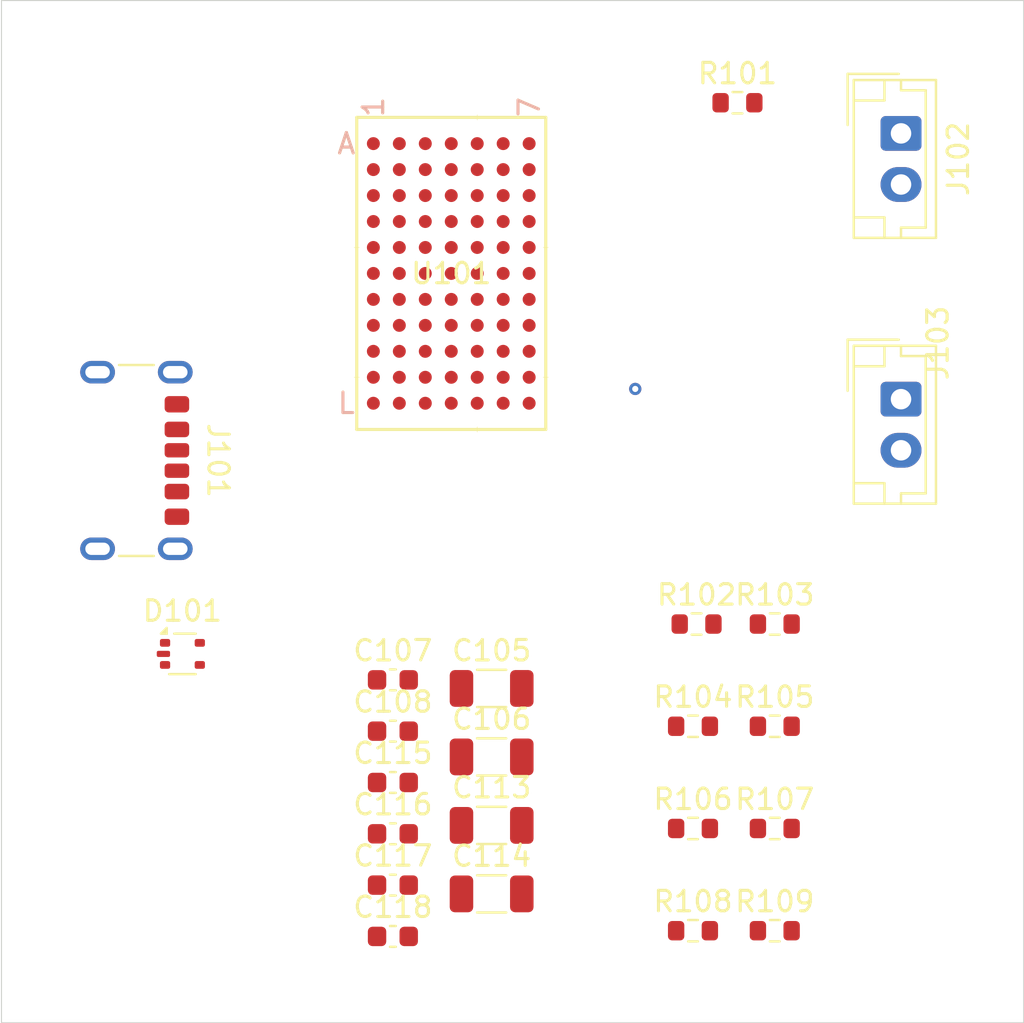
<source format=kicad_pcb>
(kicad_pcb (version 20240108) (generator "pcbnew") (generator_version "8.0")
  (layers (0 "F.Cu" signal) (31 "B.Cu" signal) (34 "B.Paste" user) (35 "F.Paste" user) (36 "B.SilkS" user "B.Silkscreen") (37 "F.SilkS" user "F.Silkscreen") (38 "B.Mask" user) (39 "F.Mask" user) (44 "Edge.Cuts" user))
  (net 0 "")
  (net 1 "/SGND")
  (net 3 "/3V3B")
  (net 4 "GND")
  (net 5 "/INTVcc2")
  (net 7 "/PG3")
  (net 8 "/COMP2")
  (net 9 "/PG1")
  (net 10 "/COMP1")
  (net 11 "/TR2{slash}SS2")
  (net 12 "/TR1{slash}SS1")
  (net 17 "/Vin")
  (net 18 "/FB2")
  (net 19 "/FB1")
  (net 20 "+3.3VB")
  (net 21 "+3.3VA")
  (footprint "Resistor_SMD:R_0603_1608Metric" (layer "F.Cu") (at 83.825 85.5)
    (property "Reference" "R104" (at 0 -1.43 0) (layer "F.SilkS"))
    (property "Value" "60.4k")
    (fp_line (start -0.237258 -0.5225) (end 0.237258 -0.5225) (stroke (width 0.12)) (layer "F.SilkS"))
    (fp_line (start -0.237258 0.5225) (end 0.237258 0.5225) (stroke (width 0.12)) (layer "F.SilkS"))
    (pad "1" smd roundrect (at -0.825 0) (size 0.8 0.95) (layers "F.Cu" "F.Paste" "F.Mask") (net 3 "/3V3B"))
    (pad "2" smd roundrect (at 0.825 0) (size 0.8 0.95) (layers "F.Cu" "F.Paste" "F.Mask") (net 18 "/FB2"))
  )
  (footprint "Capacitor_SMD:C_0603_1608Metric" (layer "F.Cu") (at 69.145 88.25)
    (property "Reference" "C115" (at 0 -1.43 0) (layer "F.SilkS"))
    (property "Value" "10uF")
    (fp_line (start -0.14058 -0.51) (end 0.14058 -0.51) (stroke (width 0.12)) (layer "F.SilkS"))
    (fp_line (start -0.14058 0.51) (end 0.14058 0.51) (stroke (width 0.12)) (layer "F.SilkS"))
    (pad "1" smd roundrect (at -0.775 0) (size 0.9 0.95) (layers "F.Cu" "F.Paste" "F.Mask") (net 20 "+3.3VB"))
    (pad "2" smd roundrect (at 0.775 0) (size 0.9 0.95) (layers "F.Cu" "F.Paste" "F.Mask") (net 4 "GND"))
  )
  (footprint "Resistor_SMD:R_0603_1608Metric" (layer "F.Cu") (at 83.825 95.5)
    (property "Reference" "R108" (at 0 -1.43 0) (layer "F.SilkS"))
    (property "Value" "60.4k")
    (fp_line (start -0.237258 -0.5225) (end 0.237258 -0.5225) (stroke (width 0.12)) (layer "F.SilkS"))
    (fp_line (start -0.237258 0.5225) (end 0.237258 0.5225) (stroke (width 0.12)) (layer "F.SilkS"))
    (pad "1" smd roundrect (at -0.825 0) (size 0.8 0.95) (layers "F.Cu" "F.Paste" "F.Mask") (net 3 "/3V3B"))
    (pad "2" smd roundrect (at 0.825 0) (size 0.8 0.95) (layers "F.Cu" "F.Paste" "F.Mask") (net 18 "/FB2"))
  )
  (footprint "Capacitor_SMD:C_1206_3216Metric" (layer "F.Cu") (at 73.975 87)
    (property "Reference" "C106" (at 0 -1.85 0) (layer "F.SilkS"))
    (property "Value" "220uF")
    (fp_line (start -0.711252 -0.91) (end 0.711252 -0.91) (stroke (width 0.12)) (layer "F.SilkS"))
    (fp_line (start -0.711252 0.91) (end 0.711252 0.91) (stroke (width 0.12)) (layer "F.SilkS"))
    (pad "1" smd roundrect (at -1.475 0) (size 1.15 1.8) (layers "F.Cu" "F.Paste" "F.Mask") (roundrect_rratio 0.217391) (net 21 "+3.3VA"))
    (pad "2" smd roundrect (at 1.475 0) (size 1.15 1.8) (layers "F.Cu" "F.Paste" "F.Mask") (roundrect_rratio 0.217391) (net 4 "GND"))
  )
  (footprint "Resistor_SMD:R_0603_1608Metric" (layer "F.Cu") (at 87.825 80.5)
    (property "Reference" "R103" (at 0 -1.43 0) (layer "F.SilkS"))
    (property "Value" "13.3k")
    (fp_line (start -0.237258 -0.5225) (end 0.237258 -0.5225) (stroke (width 0.12)) (layer "F.SilkS"))
    (fp_line (start -0.237258 0.5225) (end 0.237258 0.5225) (stroke (width 0.12)) (layer "F.SilkS"))
    (pad "1" smd roundrect (at -0.825 0) (size 0.8 0.95) (layers "F.Cu" "F.Paste" "F.Mask") (net 19 "/FB1"))
    (pad "2" smd roundrect (at 0.825 0) (size 0.8 0.95) (layers "F.Cu" "F.Paste" "F.Mask") (net 4 "GND"))
  )
  (footprint "Capacitor_SMD:C_0603_1608Metric" (layer "F.Cu") (at 69.145 95.78)
    (property "Reference" "C118" (at 0 -1.43 0) (layer "F.SilkS"))
    (property "Value" "1nF")
    (fp_line (start -0.14058 -0.51) (end 0.14058 -0.51) (stroke (width 0.12)) (layer "F.SilkS"))
    (fp_line (start -0.14058 0.51) (end 0.14058 0.51) (stroke (width 0.12)) (layer "F.SilkS"))
    (pad "1" smd roundrect (at -0.775 0) (size 0.9 0.95) (layers "F.Cu" "F.Paste" "F.Mask") (net 4 "GND"))
    (pad "2" smd roundrect (at 0.775 0) (size 0.9 0.95) (layers "F.Cu" "F.Paste" "F.Mask") (net 11 "/TR2{slash}SS2"))
  )
  (footprint "Resistor_SMD:R_0603_1608Metric" (layer "F.Cu") (at 83.825 90.5)
    (property "Reference" "R106" (at 0 -1.43 0) (layer "F.SilkS"))
    (property "Value" "60.4k")
    (fp_line (start -0.237258 -0.5225) (end 0.237258 -0.5225) (stroke (width 0.12)) (layer "F.SilkS"))
    (fp_line (start -0.237258 0.5225) (end 0.237258 0.5225) (stroke (width 0.12)) (layer "F.SilkS"))
    (pad "1" smd roundrect (at -0.825 0) (size 0.8 0.95) (layers "F.Cu" "F.Paste" "F.Mask") (net 21 "+3.3VA"))
    (pad "2" smd roundrect (at 0.825 0) (size 0.8 0.95) (layers "F.Cu" "F.Paste" "F.Mask") (net 19 "/FB1"))
  )
  (footprint "Resistor_SMD:R_0603_1608Metric" (layer "F.Cu") (at 87.825 95.5)
    (property "Reference" "R109" (at 0 -1.43 0) (layer "F.SilkS"))
    (property "Value" "13.3k")
    (fp_line (start -0.237258 -0.5225) (end 0.237258 -0.5225) (stroke (width 0.12)) (layer "F.SilkS"))
    (fp_line (start -0.237258 0.5225) (end 0.237258 0.5225) (stroke (width 0.12)) (layer "F.SilkS"))
    (pad "1" smd roundrect (at -0.825 0) (size 0.8 0.95) (layers "F.Cu" "F.Paste" "F.Mask") (net 18 "/FB2"))
    (pad "2" smd roundrect (at 0.825 0) (size 0.8 0.95) (layers "F.Cu" "F.Paste" "F.Mask") (net 4 "GND"))
  )
  (footprint "Package_BGA:LGA77_9X15_ADI" (layer "F.Cu") (at 72 63.35)
    (property "Reference" "U101" (at 0 0 0) (layer "F.SilkS"))
    (property "Value" "LTM4644EY-1-PBF")
    (fp_line (start -4.6228 -7.6327) (end -4.6228 7.6327) (stroke (width 0.1524)) (layer "F.SilkS"))
    (fp_line (start -4.6228 7.6327) (end 4.6228 7.6327) (stroke (width 0.1524)) (layer "F.SilkS"))
    (fp_line (start -4.4958 -1.27) (end -4.7498 -1.27) (stroke (width 0.0254)) (layer "F.SilkS"))
    (fp_line (start -4.4958 5.08) (end -4.7498 5.08) (stroke (width 0.0254)) (layer "F.SilkS"))
    (fp_line (start 1.27 -7.5057) (end 1.27 -7.7597) (stroke (width 0.0254)) (layer "F.SilkS"))
    (fp_line (start 1.27 7.5057) (end 1.27 7.7597) (stroke (width 0.0254)) (layer "F.SilkS"))
    (fp_line (start 4.4958 -1.27) (end 4.7498 -1.27) (stroke (width 0.0254)) (layer "F.SilkS"))
    (fp_line (start 4.4958 5.08) (end 4.7498 5.08) (stroke (width 0.0254)) (layer "F.SilkS"))
    (fp_line (start 4.6228 -7.6327) (end -4.6228 -7.6327) (stroke (width 0.1524)) (layer "F.SilkS"))
    (fp_line (start 4.6228 7.6327) (end 4.6228 -7.6327) (stroke (width 0.1524)) (layer "F.SilkS"))
    (fp_text user "A" (at -5.1308 -6.35 0) (layer "B.SilkS"))
    (fp_text user "7" (at 3.81 -8.1407 90) (layer "B.SilkS"))
    (fp_text user "1" (at -3.81 -8.1407 90) (layer "B.SilkS"))
    (fp_text user "L" (at -5.1308 6.35 0) (layer "B.SilkS"))
    (fp_text user "A" (at -5.1308 -6.35 0) (layer "F.SilkS"))
    (fp_text user "L" (at -5.1308 6.35 0) (layer "F.SilkS"))
    (fp_text user "7" (at 3.81 -8.1407 90) (layer "F.SilkS"))
    (fp_text user "1" (at -3.81 -8.1407 90) (layer "F.SilkS"))
    (pad "A1" smd circle (at -3.81 -6.35) (size 0.635 0.635) (layers "F.Cu" "F.Paste" "F.Mask") (net 21 "+3.3VA"))
    (pad "A2" smd circle (at -2.54 -6.35) (size 0.635 0.635) (layers "F.Cu" "F.Paste" "F.Mask") (net 21 "+3.3VA"))
    (pad "A3" smd circle (at -1.27 -6.35) (size 0.635 0.635) (layers "F.Cu" "F.Paste" "F.Mask") (net 21 "+3.3VA"))
    (pad "A4" smd circle (at 0 -6.35) (size 0.635 0.635) (layers "F.Cu" "F.Paste" "F.Mask") (net 4 "GND"))
    (pad "A5" smd circle (at 1.27 -6.35) (size 0.635 0.635) (layers "F.Cu" "F.Paste" "F.Mask") (net 4 "GND"))
    (pad "A6" smd circle (at 2.54 -6.35) (size 0.635 0.635) (layers "F.Cu" "F.Paste" "F.Mask") (net 12 "/TR1{slash}SS1"))
    (pad "A7" smd circle (at 3.81 -6.35) (size 0.635 0.635) (layers "F.Cu" "F.Paste" "F.Mask") (net 19 "/FB1"))
    (pad "B1" smd circle (at -3.81 -5.08) (size 0.635 0.635) (layers "F.Cu" "F.Paste" "F.Mask") (net 4 "GND"))
    (pad "B2" smd circle (at -2.54 -5.08) (size 0.635 0.635) (layers "F.Cu" "F.Paste" "F.Mask") (net 4 "GND"))
    (pad "B3" smd circle (at -1.27 -5.08) (size 0.635 0.635) (layers "F.Cu" "F.Paste" "F.Mask") (net 17 "/Vin"))
    (pad "B4" smd circle (at 0 -5.08) (size 0.635 0.635) (layers "F.Cu" "F.Paste" "F.Mask") (net 17 "/Vin"))
    (pad "B5" smd circle (at 1.27 -5.08) (size 0.635 0.635) (layers "F.Cu" "F.Paste" "F.Mask") (net 17 "/Vin"))
    (pad "B6" smd circle (at 2.54 -5.08) (size 0.635 0.635) (layers "F.Cu" "F.Paste" "F.Mask") (net 1 "/SGND"))
    (pad "B7" smd circle (at 3.81 -5.08) (size 0.635 0.635) (layers "F.Cu" "F.Paste" "F.Mask") (net 10 "/COMP1"))
    (pad "C1" smd circle (at -3.81 -3.81) (size 0.635 0.635) (layers "F.Cu" "F.Paste" "F.Mask") (net 21 "+3.3VA"))
    (pad "C2" smd circle (at -2.54 -3.81) (size 0.635 0.635) (layers "F.Cu" "F.Paste" "F.Mask") (net 9 "/PG1"))
    (pad "C3" smd circle (at -1.27 -3.81) (size 0.635 0.635) (layers "F.Cu" "F.Paste" "F.Mask") (net 9 "/PG1"))
    (pad "C4" smd circle (at 0 -3.81) (size 0.635 0.635) (layers "F.Cu" "F.Paste" "F.Mask"))
    (pad "C5" smd circle (at 1.27 -3.81) (size 0.635 0.635) (layers "F.Cu" "F.Paste" "F.Mask") (net 4 "GND"))
    (pad "C6" smd circle (at 2.54 -3.81) (size 0.635 0.635) (layers "F.Cu" "F.Paste" "F.Mask") (net 17 "/Vin"))
    (pad "C7" smd circle (at 3.81 -3.81) (size 0.635 0.635) (layers "F.Cu" "F.Paste" "F.Mask"))
    (pad "D1" smd circle (at -3.81 -2.54) (size 0.635 0.635) (layers "F.Cu" "F.Paste" "F.Mask") (net 21 "+3.3VA"))
    (pad "D2" smd circle (at -2.54 -2.54) (size 0.635 0.635) (layers "F.Cu" "F.Paste" "F.Mask") (net 21 "+3.3VA"))
    (pad "D3" smd circle (at -1.27 -2.54) (size 0.635 0.635) (layers "F.Cu" "F.Paste" "F.Mask") (net 4 "GND"))
    (pad "D4" smd circle (at 0 -2.54) (size 0.635 0.635) (layers "F.Cu" "F.Paste" "F.Mask") (net 4 "GND"))
    (pad "D5" smd circle (at 1.27 -2.54) (size 0.635 0.635) (layers "F.Cu" "F.Paste" "F.Mask") (net 4 "GND"))
    (pad "D6" smd circle (at 2.54 -2.54) (size 0.635 0.635) (layers "F.Cu" "F.Paste" "F.Mask") (net 12 "/TR1{slash}SS1"))
    (pad "D7" smd circle (at 3.81 -2.54) (size 0.635 0.635) (layers "F.Cu" "F.Paste" "F.Mask") (net 19 "/FB1"))
    (pad "E1" smd circle (at -3.81 -1.27) (size 0.635 0.635) (layers "F.Cu" "F.Paste" "F.Mask") (net 4 "GND"))
    (pad "E2" smd circle (at -2.54 -1.27) (size 0.635 0.635) (layers "F.Cu" "F.Paste" "F.Mask") (net 4 "GND"))
    (pad "E3" smd circle (at -1.27 -1.27) (size 0.635 0.635) (layers "F.Cu" "F.Paste" "F.Mask") (net 17 "/Vin"))
    (pad "E4" smd circle (at 0 -1.27) (size 0.635 0.635) (layers "F.Cu" "F.Paste" "F.Mask") (net 17 "/Vin"))
    (pad "E5" smd circle (at 1.27 -1.27) (size 0.635 0.635) (layers "F.Cu" "F.Paste" "F.Mask") (net 17 "/Vin"))
    (pad "E6" smd circle (at 2.54 -1.27) (size 0.635 0.635) (layers "F.Cu" "F.Paste" "F.Mask") (net 1 "/SGND"))
    (pad "E7" smd circle (at 3.81 -1.27) (size 0.635 0.635) (layers "F.Cu" "F.Paste" "F.Mask") (net 10 "/COMP1"))
    (pad "F1" smd circle (at -3.81 0) (size 0.635 0.635) (layers "F.Cu" "F.Paste" "F.Mask") (net 20 "+3.3VB"))
    (pad "F2" smd circle (at -2.54 0) (size 0.635 0.635) (layers "F.Cu" "F.Paste" "F.Mask") (net 7 "/PG3"))
    (pad "F3" smd circle (at -1.27 0) (size 0.635 0.635) (layers "F.Cu" "F.Paste" "F.Mask"))
    (pad "F4" smd circle (at 0 0) (size 0.635 0.635) (layers "F.Cu" "F.Paste" "F.Mask"))
    (pad "F5" smd circle (at 1.27 0) (size 0.635 0.635) (layers "F.Cu" "F.Paste" "F.Mask") (net 4 "GND"))
    (pad "F6" smd circle (at 2.54 0) (size 0.635 0.635) (layers "F.Cu" "F.Paste" "F.Mask") (net 17 "/Vin"))
    (pad "F7" smd circle (at 3.81 0) (size 0.635 0.635) (layers "F.Cu" "F.Paste" "F.Mask") (net 1 "/SGND"))
    (pad "G1" smd circle (at -3.81 1.27) (size 0.635 0.635) (layers "F.Cu" "F.Paste" "F.Mask") (net 20 "+3.3VB"))
    (pad "G2" smd circle (at -2.54 1.27) (size 0.635 0.635) (layers "F.Cu" "F.Paste" "F.Mask") (net 20 "+3.3VB"))
    (pad "G3" smd circle (at -1.27 1.27) (size 0.635 0.635) (layers "F.Cu" "F.Paste" "F.Mask") (net 4 "GND"))
    (pad "G4" smd circle (at 0 1.27) (size 0.635 0.635) (layers "F.Cu" "F.Paste" "F.Mask") (net 4 "GND"))
    (pad "G5" smd circle (at 1.27 1.27) (size 0.635 0.635) (layers "F.Cu" "F.Paste" "F.Mask") (net 4 "GND"))
    (pad "G6" smd circle (at 2.54 1.27) (size 0.635 0.635) (layers "F.Cu" "F.Paste" "F.Mask") (net 11 "/TR2{slash}SS2"))
    (pad "G7" smd circle (at 3.81 1.27) (size 0.635 0.635) (layers "F.Cu" "F.Paste" "F.Mask") (net 18 "/FB2"))
    (pad "H1" smd circle (at -3.81 2.54) (size 0.635 0.635) (layers "F.Cu" "F.Paste" "F.Mask") (net 4 "GND"))
    (pad "H2" smd circle (at -2.54 2.54) (size 0.635 0.635) (layers "F.Cu" "F.Paste" "F.Mask") (net 4 "GND"))
    (pad "H3" smd circle (at -1.27 2.54) (size 0.635 0.635) (layers "F.Cu" "F.Paste" "F.Mask") (net 17 "/Vin"))
    (pad "H4" smd circle (at 0 2.54) (size 0.635 0.635) (layers "F.Cu" "F.Paste" "F.Mask") (net 17 "/Vin"))
    (pad "H5" smd circle (at 1.27 2.54) (size 0.635 0.635) (layers "F.Cu" "F.Paste" "F.Mask") (net 17 "/Vin"))
    (pad "H6" smd circle (at 2.54 2.54) (size 0.635 0.635) (layers "F.Cu" "F.Paste" "F.Mask") (net 1 "/SGND"))
    (pad "H7" smd circle (at 3.81 2.54) (size 0.635 0.635) (layers "F.Cu" "F.Paste" "F.Mask") (net 8 "/COMP2"))
    (pad "J1" smd circle (at -3.81 3.81) (size 0.635 0.635) (layers "F.Cu" "F.Paste" "F.Mask") (net 20 "+3.3VB"))
    (pad "J2" smd circle (at -2.54 3.81) (size 0.635 0.635) (layers "F.Cu" "F.Paste" "F.Mask") (net 7 "/PG3"))
    (pad "J3" smd circle (at -1.27 3.81) (size 0.635 0.635) (layers "F.Cu" "F.Paste" "F.Mask"))
    (pad "J4" smd circle (at 0 3.81) (size 0.635 0.635) (layers "F.Cu" "F.Paste" "F.Mask") (net 5 "/INTVcc2"))
    (pad "J5" smd circle (at 1.27 3.81) (size 0.635 0.635) (layers "F.Cu" "F.Paste" "F.Mask") (net 20 "+3.3VB"))
    (pad "J6" smd circle (at 2.54 3.81) (size 0.635 0.635) (layers "F.Cu" "F.Paste" "F.Mask") (net 17 "/Vin"))
    (pad "J7" smd circle (at 3.81 3.81) (size 0.635 0.635) (layers "F.Cu" "F.Paste" "F.Mask") (net 18 "/FB2"))
    (pad "K1" smd circle (at -3.81 5.08) (size 0.635 0.635) (layers "F.Cu" "F.Paste" "F.Mask") (net 20 "+3.3VB"))
    (pad "K2" smd circle (at -2.54 5.08) (size 0.635 0.635) (layers "F.Cu" "F.Paste" "F.Mask") (net 20 "+3.3VB"))
    (pad "K3" smd circle (at -1.27 5.08) (size 0.635 0.635) (layers "F.Cu" "F.Paste" "F.Mask") (net 4 "GND"))
    (pad "K4" smd circle (at 0 5.08) (size 0.635 0.635) (layers "F.Cu" "F.Paste" "F.Mask") (net 4 "GND"))
    (pad "K5" smd circle (at 1.27 5.08) (size 0.635 0.635) (layers "F.Cu" "F.Paste" "F.Mask") (net 5 "/INTVcc2"))
    (pad "K6" smd circle (at 2.54 5.08) (size 0.635 0.635) (layers "F.Cu" "F.Paste" "F.Mask") (net 11 "/TR2{slash}SS2"))
    (pad "K7" smd circle (at 3.81 5.08) (size 0.635 0.635) (layers "F.Cu" "F.Paste" "F.Mask") (net 17 "/Vin"))
    (pad "L1" smd circle (at -3.81 6.35) (size 0.635 0.635) (layers "F.Cu" "F.Paste" "F.Mask") (net 4 "GND"))
    (pad "L2" smd circle (at -2.54 6.35) (size 0.635 0.635) (layers "F.Cu" "F.Paste" "F.Mask") (net 4 "GND"))
    (pad "L3" smd circle (at -1.27 6.35) (size 0.635 0.635) (layers "F.Cu" "F.Paste" "F.Mask") (net 17 "/Vin"))
    (pad "L4" smd circle (at 0 6.35) (size 0.635 0.635) (layers "F.Cu" "F.Paste" "F.Mask") (net 17 "/Vin"))
    (pad "L5" smd circle (at 1.27 6.35) (size 0.635 0.635) (layers "F.Cu" "F.Paste" "F.Mask") (net 17 "/Vin"))
    (pad "L6" smd circle (at 2.54 6.35) (size 0.635 0.635) (layers "F.Cu" "F.Paste" "F.Mask") (net 1 "/SGND"))
    (pad "L7" smd circle (at 3.81 6.35) (size 0.635 0.635) (layers "F.Cu" "F.Paste" "F.Mask") (net 8 "/COMP2"))
  )
  (footprint "Capacitor_SMD:C_0603_1608Metric" (layer "F.Cu") (at 69.145 83.23)
    (property "Reference" "C107" (at 0 -1.43 0) (layer "F.SilkS"))
    (property "Value" "10uF")
    (fp_line (start -0.14058 -0.51) (end 0.14058 -0.51) (stroke (width 0.12)) (layer "F.SilkS"))
    (fp_line (start -0.14058 0.51) (end 0.14058 0.51) (stroke (width 0.12)) (layer "F.SilkS"))
    (pad "1" smd roundrect (at -0.775 0) (size 0.9 0.95) (layers "F.Cu" "F.Paste" "F.Mask") (net 21 "+3.3VA"))
    (pad "2" smd roundrect (at 0.775 0) (size 0.9 0.95) (layers "F.Cu" "F.Paste" "F.Mask") (net 4 "GND"))
  )
  (footprint "Resistor_SMD:R_0603_1608Metric" (layer "F.Cu") (at 86 55)
    (property "Reference" "R101" (at 0 -1.43 0) (layer "F.SilkS"))
    (property "Value" "0")
    (fp_line (start -0.237258 -0.5225) (end 0.237258 -0.5225) (stroke (width 0.12)) (layer "F.SilkS"))
    (fp_line (start -0.237258 0.5225) (end 0.237258 0.5225) (stroke (width 0.12)) (layer "F.SilkS"))
    (pad "1" smd roundrect (at -0.825 0) (size 0.8 0.95) (layers "F.Cu" "F.Paste" "F.Mask") (net 1 "/SGND"))
    (pad "2" smd roundrect (at 0.825 0) (size 0.8 0.95) (layers "F.Cu" "F.Paste" "F.Mask") (net 4 "GND"))
  )
  (footprint "Package_TO_SOT_SMD:SOT-665" (layer "F.Cu") (at 58.85 81.96)
    (property "Reference" "D101" (at 0 -2.1 0) (layer "F.SilkS"))
    (property "Value" "PESD5V0L4UW")
    (fp_line (start -0.65 0.99) (end 0.65 0.99) (stroke (width 0.12)) (layer "F.SilkS"))
    (fp_line (start 0.65 -0.99) (end -0.4 -0.99) (stroke (width 0.12)) (layer "F.SilkS"))
    (fp_poly (pts (xy -0.77 -0.99) (xy -1.05 -0.99) (xy -0.77 -1.27) (xy -0.77 -0.99)) (stroke (width 0.12)) (fill solid) (layer "F.SilkS"))
    (pad "1" smd roundrect (at -0.85 -0.54) (size 0.5 0.38) (layers "F.Cu" "F.Paste" "F.Mask") (net 17 "/Vin"))
    (pad "2" smd roundrect (at -0.93 0) (size 0.65 0.3) (layers "F.Cu" "F.Paste" "F.Mask") (net 4 "GND"))
    (pad "3" smd roundrect (at -0.85 0.54) (size 0.5 0.38) (layers "F.Cu" "F.Paste" "F.Mask"))
    (pad "4" smd roundrect (at 0.85 0.54) (size 0.5 0.38) (layers "F.Cu" "F.Paste" "F.Mask"))
    (pad "5" smd roundrect (at 0.85 -0.54) (size 0.5 0.38) (layers "F.Cu" "F.Paste" "F.Mask"))
  )
  (footprint "Resistor_SMD:R_0603_1608Metric" (layer "F.Cu") (at 87.825 85.5)
    (property "Reference" "R105" (at 0 -1.43 0) (layer "F.SilkS"))
    (property "Value" "13.3k")
    (fp_line (start -0.237258 -0.5225) (end 0.237258 -0.5225) (stroke (width 0.12)) (layer "F.SilkS"))
    (fp_line (start -0.237258 0.5225) (end 0.237258 0.5225) (stroke (width 0.12)) (layer "F.SilkS"))
    (pad "1" smd roundrect (at -0.825 0) (size 0.8 0.95) (layers "F.Cu" "F.Paste" "F.Mask") (net 18 "/FB2"))
    (pad "2" smd roundrect (at 0.825 0) (size 0.8 0.95) (layers "F.Cu" "F.Paste" "F.Mask") (net 4 "GND"))
  )
  (footprint "Capacitor_SMD:C_1206_3216Metric" (layer "F.Cu") (at 73.975 93.7)
    (property "Reference" "C114" (at 0 -1.85 0) (layer "F.SilkS"))
    (property "Value" "220uF")
    (fp_line (start -0.711252 -0.91) (end 0.711252 -0.91) (stroke (width 0.12)) (layer "F.SilkS"))
    (fp_line (start -0.711252 0.91) (end 0.711252 0.91) (stroke (width 0.12)) (layer "F.SilkS"))
    (pad "1" smd roundrect (at -1.475 0) (size 1.15 1.8) (layers "F.Cu" "F.Paste" "F.Mask") (roundrect_rratio 0.217391) (net 20 "+3.3VB"))
    (pad "2" smd roundrect (at 1.475 0) (size 1.15 1.8) (layers "F.Cu" "F.Paste" "F.Mask") (roundrect_rratio 0.217391) (net 4 "GND"))
  )
  (footprint "Connector_USB:USB_C_Receptacle_GCT_USB4125-xx-x-0190_6P_TopMnt_Horizontal" (layer "F.Cu") (at 55.5 72.5 -90)
    (property "Reference" "J101" (at 0 -5.1 -90) (layer "F.SilkS"))
    (property "Value" "USB_C_Receptacle_PowerOnly_6P")
    (fp_line (start -4.67 -0.25) (end -4.67 -1.95) (stroke (width 0.12)) (layer "F.SilkS"))
    (fp_line (start 4.67 -0.25) (end 4.67 -1.95) (stroke (width 0.12)) (layer "F.SilkS"))
    (pad "A5" smd roundrect (at -0.5 -3.08 270) (size 0.7 1.2) (layers "F.Cu" "F.Paste" "F.Mask") (net 4 "GND"))
    (pad "A9" smd roundrect (at 1.52 -3.08 90) (size 0.76 1.2) (layers "F.Cu" "F.Paste" "F.Mask") (net 17 "/Vin"))
    (pad "A12" smd roundrect (at 2.75 -3.08 90) (size 0.8 1.2) (layers "F.Cu" "F.Paste" "F.Mask") (net 4 "GND"))
    (pad "B5" smd roundrect (at 0.5 -3.08 90) (size 0.7 1.2) (layers "F.Cu" "F.Paste" "F.Mask") (net 4 "GND"))
    (pad "B9" smd roundrect (at -1.52 -3.08 270) (size 0.76 1.2) (layers "F.Cu" "F.Paste" "F.Mask") (net 17 "/Vin"))
    (pad "B12" smd roundrect (at -2.75 -3.08 270) (size 0.8 1.2) (layers "F.Cu" "F.Paste" "F.Mask") (net 4 "GND"))
    (pad "S1" thru_hole oval (at -4.32 -3 270) (size 1.1 1.7) (drill oval 0.6 1.2) (layers "*.Cu" "*.Mask" "F.Paste"))
    (pad "S1" thru_hole oval (at -4.32 0.8 270) (size 1.1 1.7) (drill oval 0.6 1.2) (layers "*.Cu" "*.Mask" "F.Paste"))
    (pad "S1" thru_hole oval (at 4.32 -3 270) (size 1.1 1.7) (drill oval 0.6 1.2) (layers "*.Cu" "*.Mask" "F.Paste"))
    (pad "S1" thru_hole oval (at 4.32 0.8 270) (size 1.1 1.7) (drill oval 0.6 1.2) (layers "*.Cu" "*.Mask" "F.Paste"))
  )
  (footprint "Capacitor_SMD:C_0603_1608Metric" (layer "F.Cu") (at 69.145 85.74)
    (property "Reference" "C108" (at 0 -1.43 0) (layer "F.SilkS"))
    (property "Value" "10uF")
    (fp_line (start -0.14058 -0.51) (end 0.14058 -0.51) (stroke (width 0.12)) (layer "F.SilkS"))
    (fp_line (start -0.14058 0.51) (end 0.14058 0.51) (stroke (width 0.12)) (layer "F.SilkS"))
    (pad "1" smd roundrect (at -0.775 0) (size 0.9 0.95) (layers "F.Cu" "F.Paste" "F.Mask") (net 21 "+3.3VA"))
    (pad "2" smd roundrect (at 0.775 0) (size 0.9 0.95) (layers "F.Cu" "F.Paste" "F.Mask") (net 4 "GND"))
  )
  (footprint "Resistor_SMD:R_0603_1608Metric" (layer "F.Cu") (at 87.825 90.5)
    (property "Reference" "R107" (at 0 -1.43 0) (layer "F.SilkS"))
    (property "Value" "13.3k")
    (fp_line (start -0.237258 -0.5225) (end 0.237258 -0.5225) (stroke (width 0.12)) (layer "F.SilkS"))
    (fp_line (start -0.237258 0.5225) (end 0.237258 0.5225) (stroke (width 0.12)) (layer "F.SilkS"))
    (pad "1" smd roundrect (at -0.825 0) (size 0.8 0.95) (layers "F.Cu" "F.Paste" "F.Mask") (net 19 "/FB1"))
    (pad "2" smd roundrect (at 0.825 0) (size 0.8 0.95) (layers "F.Cu" "F.Paste" "F.Mask") (net 4 "GND"))
  )
  (footprint "Resistor_SMD:R_0603_1608Metric" (layer "F.Cu") (at 84 80.5)
    (property "Reference" "R102" (at 0 -1.43 0) (layer "F.SilkS"))
    (property "Value" "60.4k")
    (fp_line (start -0.237258 -0.5225) (end 0.237258 -0.5225) (stroke (width 0.12)) (layer "F.SilkS"))
    (fp_line (start -0.237258 0.5225) (end 0.237258 0.5225) (stroke (width 0.12)) (layer "F.SilkS"))
    (pad "1" smd roundrect (at -0.825 0) (size 0.8 0.95) (layers "F.Cu" "F.Paste" "F.Mask") (net 21 "+3.3VA"))
    (pad "2" smd roundrect (at 0.825 0) (size 0.8 0.95) (layers "F.Cu" "F.Paste" "F.Mask") (net 19 "/FB1"))
  )
  (footprint "Capacitor_SMD:C_0603_1608Metric" (layer "F.Cu") (at 69.145 93.27)
    (property "Reference" "C117" (at 0 -1.43 0) (layer "F.SilkS"))
    (property "Value" "1nF")
    (fp_line (start -0.14058 -0.51) (end 0.14058 -0.51) (stroke (width 0.12)) (layer "F.SilkS"))
    (fp_line (start -0.14058 0.51) (end 0.14058 0.51) (stroke (width 0.12)) (layer "F.SilkS"))
    (pad "1" smd roundrect (at -0.775 0) (size 0.9 0.95) (layers "F.Cu" "F.Paste" "F.Mask") (net 4 "GND"))
    (pad "2" smd roundrect (at 0.775 0) (size 0.9 0.95) (layers "F.Cu" "F.Paste" "F.Mask") (net 11 "/TR2{slash}SS2"))
  )
  (footprint "Capacitor_SMD:C_1206_3216Metric" (layer "F.Cu") (at 73.975 90.35)
    (property "Reference" "C113" (at 0 -1.85 0) (layer "F.SilkS"))
    (property "Value" "220uF")
    (fp_line (start -0.711252 -0.91) (end 0.711252 -0.91) (stroke (width 0.12)) (layer "F.SilkS"))
    (fp_line (start -0.711252 0.91) (end 0.711252 0.91) (stroke (width 0.12)) (layer "F.SilkS"))
    (pad "1" smd roundrect (at -1.475 0) (size 1.15 1.8) (layers "F.Cu" "F.Paste" "F.Mask") (roundrect_rratio 0.217391) (net 20 "+3.3VB"))
    (pad "2" smd roundrect (at 1.475 0) (size 1.15 1.8) (layers "F.Cu" "F.Paste" "F.Mask") (roundrect_rratio 0.217391) (net 4 "GND"))
  )
  (footprint "Connector_JST:JST_EH_B2B-EH-A_1x02_P2.50mm_Vertical" (layer "F.Cu") (at 94 56.5 -90)
    (property "Reference" "J102" (at 1.25 -2.8 90) (layer "F.SilkS"))
    (property "Value" "Conn_01x02_Pin")
    (fp_line (start -2.91 2.61) (end -0.41 2.61) (stroke (width 0.12)) (layer "F.SilkS"))
    (fp_line (start -2.61 2.31) (end 5.11 2.31) (stroke (width 0.12)) (layer "F.SilkS"))
    (fp_line (start 5.11 2.31) (end 5.11 -1.71) (stroke (width 0.12)) (layer "F.SilkS"))
    (fp_line (start -2.61 0.81) (end -1.61 0.81) (stroke (width 0.12)) (layer "F.SilkS"))
    (fp_line (start -1.61 0.81) (end -1.61 2.31) (stroke (width 0.12)) (layer "F.SilkS"))
    (fp_line (start 4.11 0.81) (end 4.11 2.31) (stroke (width 0.12)) (layer "F.SilkS"))
    (fp_line (start 5.11 0.81) (end 4.11 0.81) (stroke (width 0.12)) (layer "F.SilkS"))
    (fp_line (start -2.91 0.11) (end -2.91 2.61) (stroke (width 0.12)) (layer "F.SilkS"))
    (fp_line (start -2.61 0) (end -2.11 0) (stroke (width 0.12)) (layer "F.SilkS"))
    (fp_line (start -2.11 0) (end -2.11 -1.21) (stroke (width 0.12)) (layer "F.SilkS"))
    (fp_line (start 4.61 0) (end 5.11 0) (stroke (width 0.12)) (layer "F.SilkS"))
    (fp_line (start -2.11 -1.21) (end 4.61 -1.21) (stroke (width 0.12)) (layer "F.SilkS"))
    (fp_line (start 4.61 -1.21) (end 4.61 0) (stroke (width 0.12)) (layer "F.SilkS"))
    (fp_line (start -2.61 -1.71) (end -2.61 2.31) (stroke (width 0.12)) (layer "F.SilkS"))
    (fp_line (start 5.11 -1.71) (end -2.61 -1.71) (stroke (width 0.12)) (layer "F.SilkS"))
    (pad "1" thru_hole roundrect (at 0 0 270) (size 1.7 2) (drill 1) (layers "*.Cu" "*.Mask") (roundrect_rratio 0.147059) (net 21 "+3.3VA"))
    (pad "2" thru_hole oval (at 2.5 0 270) (size 1.7 2) (drill 1) (layers "*.Cu" "*.Mask") (net 4 "GND"))
  )
  (footprint "Connector_JST:JST_EH_B2B-EH-A_1x02_P2.50mm_Vertical" (layer "F.Cu") (at 94 69.5 -90)
    (property "Reference" "J103" (at -2.75 -1.8 90) (layer "F.SilkS"))
    (property "Value" "Conn_01x02_Pin")
    (fp_line (start -2.91 2.61) (end -0.41 2.61) (stroke (width 0.12)) (layer "F.SilkS"))
    (fp_line (start -2.61 2.31) (end 5.11 2.31) (stroke (width 0.12)) (layer "F.SilkS"))
    (fp_line (start 5.11 2.31) (end 5.11 -1.71) (stroke (width 0.12)) (layer "F.SilkS"))
    (fp_line (start -2.61 0.81) (end -1.61 0.81) (stroke (width 0.12)) (layer "F.SilkS"))
    (fp_line (start -1.61 0.81) (end -1.61 2.31) (stroke (width 0.12)) (layer "F.SilkS"))
    (fp_line (start 4.11 0.81) (end 4.11 2.31) (stroke (width 0.12)) (layer "F.SilkS"))
    (fp_line (start 5.11 0.81) (end 4.11 0.81) (stroke (width 0.12)) (layer "F.SilkS"))
    (fp_line (start -2.91 0.11) (end -2.91 2.61) (stroke (width 0.12)) (layer "F.SilkS"))
    (fp_line (start -2.61 0) (end -2.11 0) (stroke (width 0.12)) (layer "F.SilkS"))
    (fp_line (start -2.11 0) (end -2.11 -1.21) (stroke (width 0.12)) (layer "F.SilkS"))
    (fp_line (start 4.61 0) (end 5.11 0) (stroke (width 0.12)) (layer "F.SilkS"))
    (fp_line (start -2.11 -1.21) (end 4.61 -1.21) (stroke (width 0.12)) (layer "F.SilkS"))
    (fp_line (start 4.61 -1.21) (end 4.61 0) (stroke (width 0.12)) (layer "F.SilkS"))
    (fp_line (start -2.61 -1.71) (end -2.61 2.31) (stroke (width 0.12)) (layer "F.SilkS"))
    (fp_line (start 5.11 -1.71) (end -2.61 -1.71) (stroke (width 0.12)) (layer "F.SilkS"))
    (pad "1" thru_hole roundrect (at 0 0 270) (size 1.7 2) (drill 1) (layers "*.Cu" "*.Mask") (roundrect_rratio 0.147059) (net 20 "+3.3VB"))
    (pad "2" thru_hole oval (at 2.5 0 270) (size 1.7 2) (drill 1) (layers "*.Cu" "*.Mask") (net 4 "GND"))
  )
  (footprint "Capacitor_SMD:C_0603_1608Metric" (layer "F.Cu") (at 69.145 90.76)
    (property "Reference" "C116" (at 0 -1.43 0) (layer "F.SilkS"))
    (property "Value" "10uF")
    (fp_line (start -0.14058 -0.51) (end 0.14058 -0.51) (stroke (width 0.12)) (layer "F.SilkS"))
    (fp_line (start -0.14058 0.51) (end 0.14058 0.51) (stroke (width 0.12)) (layer "F.SilkS"))
    (pad "1" smd roundrect (at -0.775 0) (size 0.9 0.95) (layers "F.Cu" "F.Paste" "F.Mask") (net 20 "+3.3VB"))
    (pad "2" smd roundrect (at 0.775 0) (size 0.9 0.95) (layers "F.Cu" "F.Paste" "F.Mask") (net 4 "GND"))
  )
  (footprint "Capacitor_SMD:C_1206_3216Metric" (layer "F.Cu") (at 73.975 83.65)
    (property "Reference" "C105" (at 0 -1.85 0) (layer "F.SilkS"))
    (property "Value" "220uF")
    (fp_line (start -0.711252 -0.91) (end 0.711252 -0.91) (stroke (width 0.12)) (layer "F.SilkS"))
    (fp_line (start -0.711252 0.91) (end 0.711252 0.91) (stroke (width 0.12)) (layer "F.SilkS"))
    (pad "1" smd roundrect (at -1.475 0) (size 1.15 1.8) (layers "F.Cu" "F.Paste" "F.Mask") (roundrect_rratio 0.217391) (net 21 "+3.3VA"))
    (pad "2" smd roundrect (at 1.475 0) (size 1.15 1.8) (layers "F.Cu" "F.Paste" "F.Mask") (roundrect_rratio 0.217391) (net 4 "GND"))
  )
  (gr_line (start 100 100) (end 50 100) (stroke (width 0.05)) (layer "Edge.Cuts"))
  (gr_line (start 100 50) (end 100 100) (stroke (width 0.05)) (layer "Edge.Cuts"))
  (gr_line (start 50 50) (end 100 50) (stroke (width 0.05)) (layer "Edge.Cuts"))
  (gr_line (start 50 100) (end 50 50) (stroke (width 0.05)) (layer "Edge.Cuts"))
  (via (at 81 69) (size 0.6) (drill 0.3) (layers "F.Cu" "B.Cu") (net 0))
)
</source>
